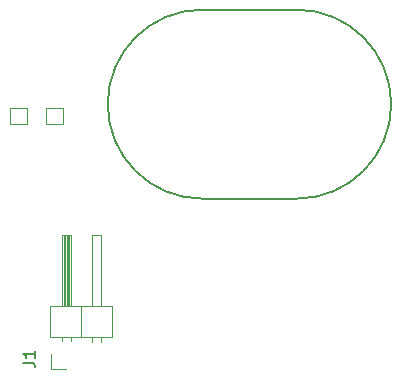
<source format=gbr>
%TF.GenerationSoftware,KiCad,Pcbnew,7.0.1*%
%TF.CreationDate,2023-04-12T14:45:20+09:00*%
%TF.ProjectId,KiCad_SP,4b694361-645f-4535-902e-6b696361645f,rev?*%
%TF.SameCoordinates,PX6422c40PY8a48640*%
%TF.FileFunction,Legend,Top*%
%TF.FilePolarity,Positive*%
%FSLAX46Y46*%
G04 Gerber Fmt 4.6, Leading zero omitted, Abs format (unit mm)*
G04 Created by KiCad (PCBNEW 7.0.1) date 2023-04-12 14:45:20*
%MOMM*%
%LPD*%
G01*
G04 APERTURE LIST*
%ADD10C,0.150000*%
%ADD11C,0.120000*%
G04 APERTURE END LIST*
D10*
X29000000Y32000000D02*
X21000000Y32000000D01*
X29000000Y16000000D02*
G75*
G03*
X29000000Y32000000I0J8000000D01*
G01*
X21000000Y16000000D02*
X29000000Y16000000D01*
X21000000Y32000000D02*
G75*
G03*
X21000000Y16000000I0J-8000000D01*
G01*
%TO.C,J1*%
X5812619Y2116667D02*
X6526904Y2116667D01*
X6526904Y2116667D02*
X6669761Y2069048D01*
X6669761Y2069048D02*
X6765000Y1973810D01*
X6765000Y1973810D02*
X6812619Y1830953D01*
X6812619Y1830953D02*
X6812619Y1735715D01*
X6812619Y3116667D02*
X6812619Y2545239D01*
X6812619Y2830953D02*
X5812619Y2830953D01*
X5812619Y2830953D02*
X5955476Y2735715D01*
X5955476Y2735715D02*
X6050714Y2640477D01*
X6050714Y2640477D02*
X6098333Y2545239D01*
D11*
%TO.C,TP2*%
X7800000Y22300000D02*
X7800000Y23700000D01*
X9200000Y22300000D02*
X7800000Y22300000D01*
X7800000Y23700000D02*
X9200000Y23700000D01*
X9200000Y23700000D02*
X9200000Y22300000D01*
%TO.C,TP1*%
X6150000Y22300000D02*
X4750000Y22300000D01*
X6150000Y23700000D02*
X6150000Y22300000D01*
X4750000Y22300000D02*
X4750000Y23700000D01*
X4750000Y23700000D02*
X6150000Y23700000D01*
%TO.C,J1*%
X8205000Y1555000D02*
X8205000Y2825000D01*
X9475000Y1555000D02*
X8205000Y1555000D01*
X11635000Y3867929D02*
X11635000Y4265000D01*
X12395000Y3867929D02*
X12395000Y4265000D01*
X9095000Y3935000D02*
X9095000Y4265000D01*
X9855000Y3935000D02*
X9855000Y4265000D01*
X8145000Y4265000D02*
X13345000Y4265000D01*
X10745000Y4265000D02*
X10745000Y6925000D01*
X13345000Y4265000D02*
X13345000Y6925000D01*
X8145000Y6925000D02*
X8145000Y4265000D01*
X9095000Y6925000D02*
X9095000Y12925000D01*
X9155000Y6925000D02*
X9155000Y12925000D01*
X9275000Y6925000D02*
X9275000Y12925000D01*
X9395000Y6925000D02*
X9395000Y12925000D01*
X9515000Y6925000D02*
X9515000Y12925000D01*
X9635000Y6925000D02*
X9635000Y12925000D01*
X9755000Y6925000D02*
X9755000Y12925000D01*
X11635000Y6925000D02*
X11635000Y12925000D01*
X13345000Y6925000D02*
X8145000Y6925000D01*
X9095000Y12925000D02*
X9855000Y12925000D01*
X9855000Y12925000D02*
X9855000Y6925000D01*
X11635000Y12925000D02*
X12395000Y12925000D01*
X12395000Y12925000D02*
X12395000Y6925000D01*
%TD*%
M02*

</source>
